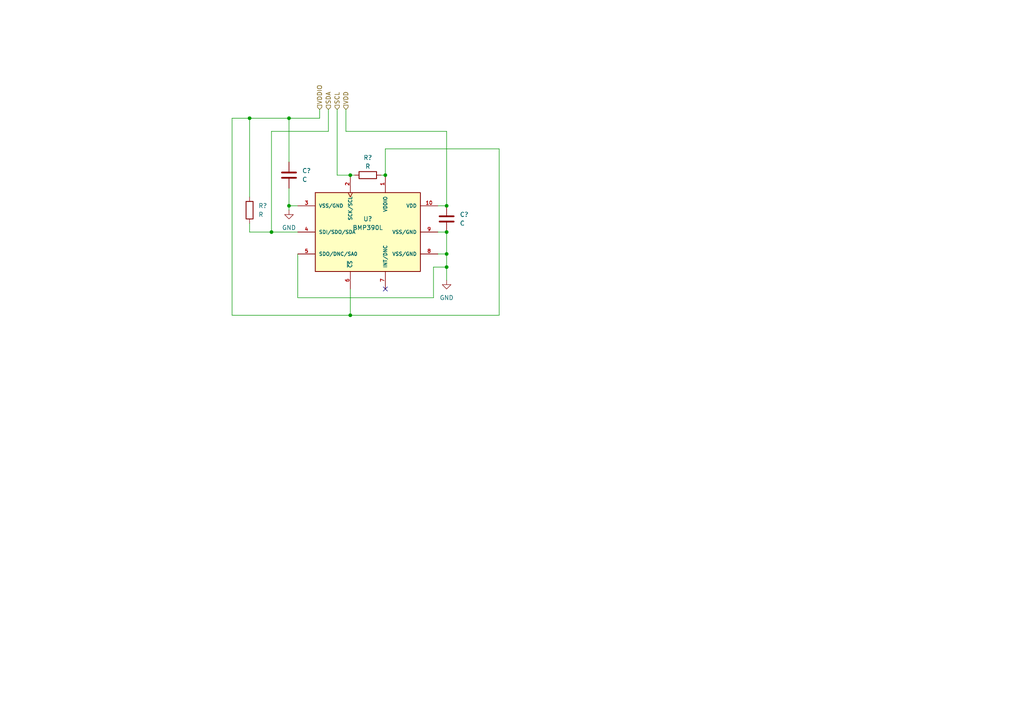
<source format=kicad_sch>
(kicad_sch (version 20211123) (generator eeschema)
  (paper "A4")
  (lib_symbols
    (symbol "BMP390L:BMP390L" (pin_names (offset 1.016))
      (property "Reference" "U?" (at 0 17.78 0))
      (property "Value" "BMP390L" (at 0 15.24 0))
      (symbol "BMP390L_0_0"
        (rectangle (start -15.24 -10.16) (end 15.24 12.7) (stroke (width 0.254)) (fill (type background)))
        (pin power_in line (at 5.08 17.78 270) (length 5.08) (name "VDDIO") (number "1"))
        (pin power_in line (at 20.32 8.89 180) (length 5.08) (name "VDD") (number "10"))
        (pin input clock (at -5.08 17.78 270) (length 5.08) (name "SCK/SCL") (number "2"))
        (pin power_in line (at -20.32 8.89 0) (length 5.08) (name "VSS/GND") (number "3"))
        (pin bidirectional line (at -20.32 1.27 0) (length 5.08) (name "SDI/SDO/SDA") (number "4"))
        (pin bidirectional line (at -20.32 -5.08 0) (length 5.08) (name "SDO/DNC/SA0") (number "5"))
        (pin input line (at -5.08 -15.24 90) (length 5.08) (name "~{CS}") (number "6"))
        (pin output line (at 5.08 -15.24 90) (length 5.08) (name "INT/DNC") (number "7"))
        (pin power_in line (at 20.32 -5.08 180) (length 5.08) (name "VSS/GND") (number "8"))
        (pin power_in line (at 20.32 1.27 180) (length 5.08) (name "VSS/GND") (number "9"))
      )
    )
    (symbol "Device:C" (pin_numbers hide) (pin_names (offset 0.254))
      (property "Reference" "C" (at 0.635 2.54 0))
      (property "Value" "C" (at 0.635 -2.54 0))
      (symbol "C_0_1"
        (polyline (pts (xy -2.032 -0.762) (xy 2.032 -0.762)) (stroke (width 0.508)))
        (polyline (pts (xy -2.032 0.762) (xy 2.032 0.762)) (stroke (width 0.508)))
      )
      (symbol "C_1_1"
        (pin passive line (at 0 3.81 270) (length 2.794) (name "~") (number "1"))
        (pin passive line (at 0 -3.81 90) (length 2.794) (name "~") (number "2"))
      )
    )
    (symbol "Device:R" (pin_numbers hide) (pin_names (offset 0))
      (property "Reference" "R" (at 2.032 0 90))
      (property "Value" "R" (at 0 0 90))
      (symbol "R_0_1"
        (rectangle (start -1.016 -2.54) (end 1.016 2.54) (stroke (width 0.254)))
      )
      (symbol "R_1_1"
        (pin passive line (at 0 3.81 270) (length 1.27) (name "~") (number "1"))
        (pin passive line (at 0 -3.81 90) (length 1.27) (name "~") (number "2"))
      )
    )
    (symbol "power:GND" (power) (pin_names (offset 0))
      (property "Value" "GND" (at 0 -3.81 0))
      (symbol "GND_0_1"
        (polyline (pts (xy 0 0) (xy 0 -1.27) (xy 1.27 -1.27) (xy 0 -2.54) (xy -1.27 -1.27) (xy 0 -1.27)))
      )
      (symbol "GND_1_1"
        (pin power_in line (at 0 0 270) (length 0) hide (name "GND") (number "1"))
      )
    )
  )
  (junction (at 129.54 67.31))
  (junction (at 129.54 73.66))
  (junction (at 83.82 59.69))
  (junction (at 72.39 34.29))
  (junction (at 78.74 67.31))
  (junction (at 101.6 91.44))
  (junction (at 111.76 50.8))
  (junction (at 129.54 59.69))
  (junction (at 83.82 34.29))
  (junction (at 129.54 77.47))
  (junction (at 101.6 50.8))
  (no_connect (at 111.76 83.82))
  (wire (pts (xy 127 67.31) (xy 129.54 67.31)))
  (wire (pts (xy 127 73.66) (xy 129.54 73.66)))
  (wire (pts (xy 110.49 50.8) (xy 111.76 50.8)))
  (wire (pts (xy 72.39 34.29) (xy 72.39 57.15)))
  (wire (pts (xy 86.36 59.69) (xy 83.82 59.69)))
  (wire (pts (xy 78.74 38.1) (xy 95.25 38.1)))
  (wire (pts (xy 100.33 38.1) (xy 100.33 31.75)))
  (wire (pts (xy 67.31 91.44) (xy 67.31 34.29)))
  (wire (pts (xy 111.76 43.18) (xy 144.78 43.18)))
  (wire (pts (xy 100.33 38.1) (xy 129.54 38.1)))
  (wire (pts (xy 72.39 64.77) (xy 72.39 67.31)))
  (wire (pts (xy 86.36 86.36) (xy 125.73 86.36)))
  (wire (pts (xy 144.78 43.18) (xy 144.78 91.44)))
  (wire (pts (xy 125.73 86.36) (xy 125.73 77.47)))
  (wire (pts (xy 83.82 34.29) (xy 83.82 46.99)))
  (wire (pts (xy 111.76 43.18) (xy 111.76 50.8)))
  (wire (pts (xy 95.25 31.75) (xy 95.25 38.1)))
  (wire (pts (xy 78.74 67.31) (xy 72.39 67.31)))
  (wire (pts (xy 101.6 83.82) (xy 101.6 91.44)))
  (wire (pts (xy 83.82 54.61) (xy 83.82 59.69)))
  (wire (pts (xy 83.82 59.69) (xy 83.82 60.96)))
  (wire (pts (xy 125.73 77.47) (xy 129.54 77.47)))
  (wire (pts (xy 67.31 34.29) (xy 72.39 34.29)))
  (wire (pts (xy 83.82 34.29) (xy 92.71 34.29)))
  (wire (pts (xy 72.39 34.29) (xy 83.82 34.29)))
  (wire (pts (xy 101.6 50.8) (xy 97.79 50.8)))
  (wire (pts (xy 129.54 73.66) (xy 129.54 67.31)))
  (wire (pts (xy 101.6 91.44) (xy 67.31 91.44)))
  (wire (pts (xy 129.54 73.66) (xy 129.54 77.47)))
  (wire (pts (xy 86.36 67.31) (xy 78.74 67.31)))
  (wire (pts (xy 86.36 73.66) (xy 86.36 86.36)))
  (wire (pts (xy 129.54 38.1) (xy 129.54 59.69)))
  (wire (pts (xy 144.78 91.44) (xy 101.6 91.44)))
  (wire (pts (xy 127 59.69) (xy 129.54 59.69)))
  (wire (pts (xy 97.79 31.75) (xy 97.79 50.8)))
  (wire (pts (xy 78.74 67.31) (xy 78.74 38.1)))
  (wire (pts (xy 129.54 77.47) (xy 129.54 81.28)))
  (wire (pts (xy 101.6 50.8) (xy 102.87 50.8)))
  (wire (pts (xy 92.71 34.29) (xy 92.71 31.75)))
  (hierarchical_label "SCL" (shape input) (at 97.79 31.75 90))
  (hierarchical_label "VDD" (shape input) (at 100.33 31.75 90))
  (hierarchical_label "SDA" (shape input) (at 95.25 31.75 90))
  (hierarchical_label "VDDIO" (shape input) (at 92.71 31.75 90))
  (symbol (lib_id "Device:R") (at 72.39 60.96 0) (unit 1)
    (property "Reference" "R?" (at 74.93 59.6899 0) (effects (justify left)))
    (property "Value" "R" (at 74.93 62.2299 0) (effects (justify left)))
  )
  (symbol (lib_id "Device:C") (at 129.54 63.5 0) (unit 1)
    (property "Reference" "C?" (at 133.35 62.2299 0) (effects (justify left)))
    (property "Value" "C" (at 133.35 64.7699 0) (effects (justify left)))
  )
  (symbol (lib_id "power:GND") (at 129.54 81.28 0) (unit 1)
    (property "Reference" "#PWR?" (effects hide))
    (property "Value" "GND" (at 129.54 86.36 0))
  )
  (symbol (lib_id "Device:R") (at 106.68 50.8 90) (unit 1)
    (property "Reference" "R?" (at 106.68 45.72 90))
    (property "Value" "R" (at 106.68 48.26 90))
  )
  (symbol (lib_id "BMP390L:BMP390L") (at 106.68 68.58 0) (unit 1)
    (property "Reference" "U?" (at 106.68 63.5 0))
    (property "Value" "BMP390L" (at 106.68 66.04 0))
    (property "Footprint" "XDCR_BMP390L" (effects hide))
    (property "STANDARD" "Manufacturer Recommendation" (effects hide))
    (property "MAXIMUM_PACKAGE_HEIGHT" "0.8 mm" (effects hide))
    (property "MANUFACTURER" "BOSCH" (effects hide))
    (property "SNAPEDA_PN" "BMP390L" (effects hide))
    (property "PARTREV" "1.7" (effects hide))
  )
  (symbol (lib_id "power:GND") (at 83.82 60.96 0) (unit 1)
    (property "Reference" "#PWR?" (effects hide))
    (property "Value" "GND" (at 83.82 66.04 0))
  )
  (symbol (lib_id "Device:C") (at 83.82 50.8 0) (unit 1)
    (property "Reference" "C?" (at 87.63 49.5299 0) (effects (justify left)))
    (property "Value" "C" (at 87.63 52.0699 0) (effects (justify left)))
  )
)
</source>
